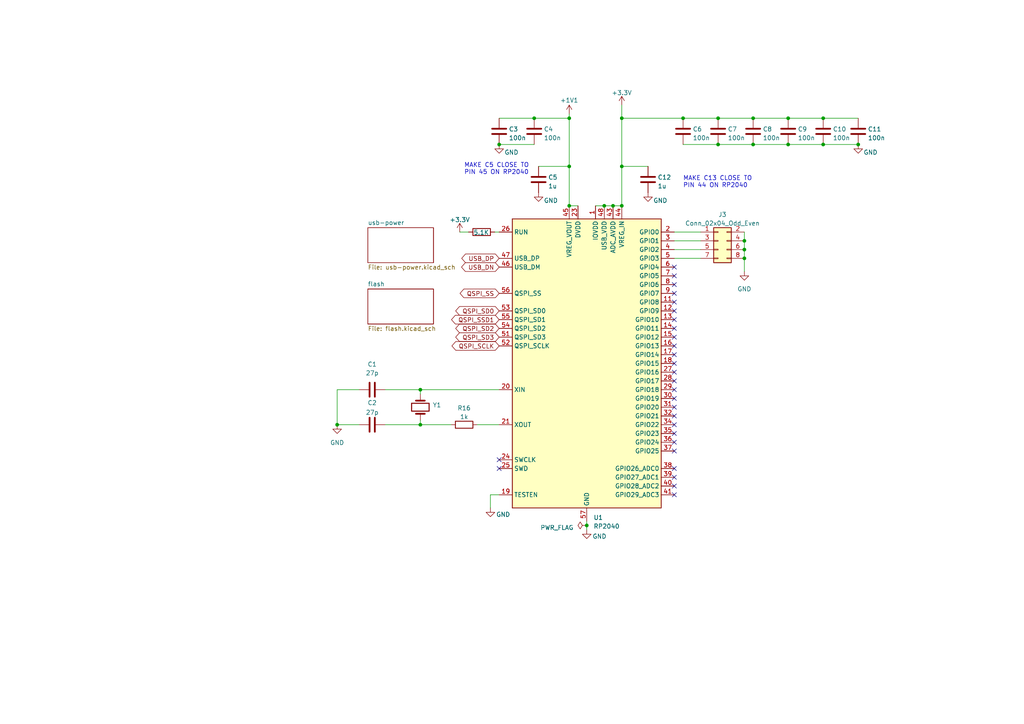
<source format=kicad_sch>
(kicad_sch (version 20230121) (generator eeschema)
  (paper "A4")
  (lib_symbols
    (symbol "Connector_Generic:Conn_02x04_Odd_Even" (pin_names (offset 1.016) hide)
      (property "Reference" "J" (at 1.27 5.08 0))
      (property "Value" "Conn_02x04_Odd_Even" (at 1.27 -7.62 0))
      (symbol "Conn_02x04_Odd_Even_1_1"
        (rectangle (start -1.27 -4.953) (end 0 -5.207) (stroke (width 0.1524)))
        (rectangle (start -1.27 -2.413) (end 0 -2.667) (stroke (width 0.1524)))
        (rectangle (start -1.27 0.127) (end 0 -0.127) (stroke (width 0.1524)))
        (rectangle (start -1.27 2.667) (end 0 2.413) (stroke (width 0.1524)))
        (rectangle (start -1.27 3.81) (end 3.81 -6.35) (stroke (width 0.254)) (fill (type background)))
        (rectangle (start 3.81 -4.953) (end 2.54 -5.207) (stroke (width 0.1524)))
        (rectangle (start 3.81 -2.413) (end 2.54 -2.667) (stroke (width 0.1524)))
        (rectangle (start 3.81 0.127) (end 2.54 -0.127) (stroke (width 0.1524)))
        (rectangle (start 3.81 2.667) (end 2.54 2.413) (stroke (width 0.1524)))
        (pin passive line (at -5.08 2.54 0) (length 3.81) (name "Pin_1") (number "1"))
        (pin passive line (at 7.62 2.54 180) (length 3.81) (name "Pin_2") (number "2"))
        (pin passive line (at -5.08 0 0) (length 3.81) (name "Pin_3") (number "3"))
        (pin passive line (at 7.62 0 180) (length 3.81) (name "Pin_4") (number "4"))
        (pin passive line (at -5.08 -2.54 0) (length 3.81) (name "Pin_5") (number "5"))
        (pin passive line (at 7.62 -2.54 180) (length 3.81) (name "Pin_6") (number "6"))
        (pin passive line (at -5.08 -5.08 0) (length 3.81) (name "Pin_7") (number "7"))
        (pin passive line (at 7.62 -5.08 180) (length 3.81) (name "Pin_8") (number "8"))
      )
    )
    (symbol "Device:C" (pin_numbers hide) (pin_names (offset 0.254))
      (property "Reference" "C" (at 0.635 2.54 0))
      (property "Value" "C" (at 0.635 -2.54 0))
      (symbol "C_0_1"
        (polyline (pts (xy -2.032 -0.762) (xy 2.032 -0.762)) (stroke (width 0.508)))
        (polyline (pts (xy -2.032 0.762) (xy 2.032 0.762)) (stroke (width 0.508)))
      )
      (symbol "C_1_1"
        (pin passive line (at 0 3.81 270) (length 2.794) (name "~") (number "1"))
        (pin passive line (at 0 -3.81 90) (length 2.794) (name "~") (number "2"))
      )
    )
    (symbol "Device:Crystal" (pin_numbers hide) (pin_names (offset 1.016) hide)
      (property "Reference" "Y" (at 0 3.81 0))
      (property "Value" "Crystal" (at 0 -3.81 0))
      (symbol "Crystal_0_1"
        (rectangle (start -1.143 2.54) (end 1.143 -2.54) (stroke (width 0.3048)))
        (polyline (pts (xy -2.54 0) (xy -1.905 0)))
        (polyline (pts (xy -1.905 -1.27) (xy -1.905 1.27)) (stroke (width 0.508)))
        (polyline (pts (xy 1.905 -1.27) (xy 1.905 1.27)) (stroke (width 0.508)))
        (polyline (pts (xy 2.54 0) (xy 1.905 0)))
      )
      (symbol "Crystal_1_1"
        (pin passive line (at -3.81 0 0) (length 1.27) (name "1") (number "1"))
        (pin passive line (at 3.81 0 180) (length 1.27) (name "2") (number "2"))
      )
    )
    (symbol "Device:R" (pin_numbers hide) (pin_names (offset 0))
      (property "Reference" "R" (at 2.032 0 90))
      (property "Value" "R" (at 0 0 90))
      (symbol "R_0_1"
        (rectangle (start -1.016 -2.54) (end 1.016 2.54) (stroke (width 0.254)))
      )
      (symbol "R_1_1"
        (pin passive line (at 0 3.81 270) (length 1.27) (name "~") (number "1"))
        (pin passive line (at 0 -3.81 90) (length 1.27) (name "~") (number "2"))
      )
    )
    (symbol "MCU_RaspberryPi:RP2040"
      (property "Reference" "U" (at 17.78 45.72 0))
      (property "Value" "RP2040" (at 17.78 43.18 0))
      (symbol "RP2040_0_1"
        (rectangle (start -21.59 41.91) (end 21.59 -41.91) (stroke (width 0.254)) (fill (type background)))
      )
      (symbol "RP2040_1_1"
        (pin power_in line (at 2.54 45.72 270) (length 3.81) (name "IOVDD") (number "1"))
        (pin passive line (at 2.54 45.72 270) (length 3.81) hide (name "IOVDD") (number "10"))
        (pin bidirectional line (at 25.4 17.78 180) (length 3.81) (name "GPIO8") (number "11"))
        (pin bidirectional line (at 25.4 15.24 180) (length 3.81) (name "GPIO9") (number "12"))
        (pin bidirectional line (at 25.4 12.7 180) (length 3.81) (name "GPIO10") (number "13"))
        (pin bidirectional line (at 25.4 10.16 180) (length 3.81) (name "GPIO11") (number "14"))
        (pin bidirectional line (at 25.4 7.62 180) (length 3.81) (name "GPIO12") (number "15"))
        (pin bidirectional line (at 25.4 5.08 180) (length 3.81) (name "GPIO13") (number "16"))
        (pin bidirectional line (at 25.4 2.54 180) (length 3.81) (name "GPIO14") (number "17"))
        (pin bidirectional line (at 25.4 0 180) (length 3.81) (name "GPIO15") (number "18"))
        (pin input line (at -25.4 -38.1 0) (length 3.81) (name "TESTEN") (number "19"))
        (pin bidirectional line (at 25.4 38.1 180) (length 3.81) (name "GPIO0") (number "2"))
        (pin input line (at -25.4 -7.62 0) (length 3.81) (name "XIN") (number "20"))
        (pin passive line (at -25.4 -17.78 0) (length 3.81) (name "XOUT") (number "21"))
        (pin passive line (at 2.54 45.72 270) (length 3.81) hide (name "IOVDD") (number "22"))
        (pin power_in line (at -2.54 45.72 270) (length 3.81) (name "DVDD") (number "23"))
        (pin output line (at -25.4 -27.94 0) (length 3.81) (name "SWCLK") (number "24"))
        (pin bidirectional line (at -25.4 -30.48 0) (length 3.81) (name "SWD") (number "25"))
        (pin input line (at -25.4 38.1 0) (length 3.81) (name "RUN") (number "26"))
        (pin bidirectional line (at 25.4 -2.54 180) (length 3.81) (name "GPIO16") (number "27"))
        (pin bidirectional line (at 25.4 -5.08 180) (length 3.81) (name "GPIO17") (number "28"))
        (pin bidirectional line (at 25.4 -7.62 180) (length 3.81) (name "GPIO18") (number "29"))
        (pin bidirectional line (at 25.4 35.56 180) (length 3.81) (name "GPIO1") (number "3"))
        (pin bidirectional line (at 25.4 -10.16 180) (length 3.81) (name "GPIO19") (number "30"))
        (pin bidirectional line (at 25.4 -12.7 180) (length 3.81) (name "GPIO20") (number "31"))
        (pin bidirectional line (at 25.4 -15.24 180) (length 3.81) (name "GPIO21") (number "32"))
        (pin passive line (at 2.54 45.72 270) (length 3.81) hide (name "IOVDD") (number "33"))
        (pin bidirectional line (at 25.4 -17.78 180) (length 3.81) (name "GPIO22") (number "34"))
        (pin bidirectional line (at 25.4 -20.32 180) (length 3.81) (name "GPIO23") (number "35"))
        (pin bidirectional line (at 25.4 -22.86 180) (length 3.81) (name "GPIO24") (number "36"))
        (pin bidirectional line (at 25.4 -25.4 180) (length 3.81) (name "GPIO25") (number "37"))
        (pin bidirectional line (at 25.4 -30.48 180) (length 3.81) (name "GPIO26_ADC0") (number "38"))
        (pin bidirectional line (at 25.4 -33.02 180) (length 3.81) (name "GPIO27_ADC1") (number "39"))
        (pin bidirectional line (at 25.4 33.02 180) (length 3.81) (name "GPIO2") (number "4"))
        (pin bidirectional line (at 25.4 -35.56 180) (length 3.81) (name "GPIO28_ADC2") (number "40"))
        (pin bidirectional line (at 25.4 -38.1 180) (length 3.81) (name "GPIO29_ADC3") (number "41"))
        (pin passive line (at 2.54 45.72 270) (length 3.81) hide (name "IOVDD") (number "42"))
        (pin power_in line (at 7.62 45.72 270) (length 3.81) (name "ADC_AVDD") (number "43"))
        (pin power_in line (at 10.16 45.72 270) (length 3.81) (name "VREG_IN") (number "44"))
        (pin power_out line (at -5.08 45.72 270) (length 3.81) (name "VREG_VOUT") (number "45"))
        (pin bidirectional line (at -25.4 27.94 0) (length 3.81) (name "USB_DM") (number "46"))
        (pin bidirectional line (at -25.4 30.48 0) (length 3.81) (name "USB_DP") (number "47"))
        (pin power_in line (at 5.08 45.72 270) (length 3.81) (name "USB_VDD") (number "48"))
        (pin passive line (at 2.54 45.72 270) (length 3.81) hide (name "IOVDD") (number "49"))
        (pin bidirectional line (at 25.4 30.48 180) (length 3.81) (name "GPIO3") (number "5"))
        (pin passive line (at -2.54 45.72 270) (length 3.81) hide (name "DVDD") (number "50"))
        (pin bidirectional line (at -25.4 7.62 0) (length 3.81) (name "QSPI_SD3") (number "51"))
        (pin output line (at -25.4 5.08 0) (length 3.81) (name "QSPI_SCLK") (number "52"))
        (pin bidirectional line (at -25.4 15.24 0) (length 3.81) (name "QSPI_SD0") (number "53"))
        (pin bidirectional line (at -25.4 10.16 0) (length 3.81) (name "QSPI_SD2") (number "54"))
        (pin bidirectional line (at -25.4 12.7 0) (length 3.81) (name "QSPI_SD1") (number "55"))
        (pin bidirectional line (at -25.4 20.32 0) (length 3.81) (name "QSPI_SS") (number "56"))
        (pin power_in line (at 0 -45.72 90) (length 3.81) (name "GND") (number "57"))
        (pin bidirectional line (at 25.4 27.94 180) (length 3.81) (name "GPIO4") (number "6"))
        (pin bidirectional line (at 25.4 25.4 180) (length 3.81) (name "GPIO5") (number "7"))
        (pin bidirectional line (at 25.4 22.86 180) (length 3.81) (name "GPIO6") (number "8"))
        (pin bidirectional line (at 25.4 20.32 180) (length 3.81) (name "GPIO7") (number "9"))
      )
    )
    (symbol "power:+1V1" (power) (pin_names (offset 0))
      (property "Value" "+1V1" (at 0 3.556 0))
      (symbol "+1V1_0_1"
        (polyline (pts (xy -0.762 1.27) (xy 0 2.54)))
        (polyline (pts (xy 0 0) (xy 0 2.54)))
        (polyline (pts (xy 0 2.54) (xy 0.762 1.27)))
      )
      (symbol "+1V1_1_1"
        (pin power_in line (at 0 0 90) (length 0) hide (name "+1V1") (number "1"))
      )
    )
    (symbol "power:+3.3V" (power) (pin_names (offset 0))
      (property "Value" "+3.3V" (at 0 3.556 0))
      (symbol "+3.3V_0_1"
        (polyline (pts (xy -0.762 1.27) (xy 0 2.54)))
        (polyline (pts (xy 0 0) (xy 0 2.54)))
        (polyline (pts (xy 0 2.54) (xy 0.762 1.27)))
      )
      (symbol "+3.3V_1_1"
        (pin power_in line (at 0 0 90) (length 0) hide (name "+3.3V") (number "1"))
      )
    )
    (symbol "power:GND" (power) (pin_names (offset 0))
      (property "Value" "GND" (at 0 -3.81 0))
      (symbol "GND_0_1"
        (polyline (pts (xy 0 0) (xy 0 -1.27) (xy 1.27 -1.27) (xy 0 -2.54) (xy -1.27 -1.27) (xy 0 -1.27)))
      )
      (symbol "GND_1_1"
        (pin power_in line (at 0 0 270) (length 0) hide (name "GND") (number "1"))
      )
    )
    (symbol "power:PWR_FLAG" (power) (pin_numbers hide) (pin_names (offset 0) hide)
      (property "Value" "PWR_FLAG" (at 0 3.81 0))
      (symbol "PWR_FLAG_0_0"
        (pin power_out line (at 0 0 90) (length 0) (name "pwr") (number "1"))
      )
      (symbol "PWR_FLAG_0_1"
        (polyline (pts (xy 0 0) (xy 0 1.27) (xy -1.016 1.905) (xy 0 2.54) (xy 1.016 1.905) (xy 0 1.27)))
      )
    )
  )
  (junction (at 208.28 34.29))
  (junction (at 165.1 34.29))
  (junction (at 228.6 41.91))
  (junction (at 215.9 72.39))
  (junction (at 97.79 123.19))
  (junction (at 208.28 41.91))
  (junction (at 180.34 59.69))
  (junction (at 175.26 59.69))
  (junction (at 180.34 34.29))
  (junction (at 165.1 48.26))
  (junction (at 177.8 59.69))
  (junction (at 228.6 34.29))
  (junction (at 165.1 59.69))
  (junction (at 248.92 41.91))
  (junction (at 218.44 34.29))
  (junction (at 215.9 74.93))
  (junction (at 154.94 34.29))
  (junction (at 144.78 41.91))
  (junction (at 215.9 69.85))
  (junction (at 121.92 123.19))
  (junction (at 218.44 41.91))
  (junction (at 170.18 152.4))
  (junction (at 180.34 48.26))
  (junction (at 238.76 41.91))
  (junction (at 238.76 34.29))
  (junction (at 121.92 113.03))
  (junction (at 198.12 34.29))
  (no_connect (at 195.58 90.17))
  (no_connect (at 144.78 135.89))
  (no_connect (at 195.58 92.71))
  (no_connect (at 195.58 95.25))
  (no_connect (at 195.58 97.79))
  (no_connect (at 195.58 100.33))
  (no_connect (at 195.58 113.03))
  (no_connect (at 195.58 138.43))
  (no_connect (at 195.58 130.81))
  (no_connect (at 195.58 143.51))
  (no_connect (at 195.58 85.09))
  (no_connect (at 195.58 115.57))
  (no_connect (at 195.58 123.19))
  (no_connect (at 195.58 105.41))
  (no_connect (at 195.58 87.63))
  (no_connect (at 195.58 80.01))
  (no_connect (at 195.58 107.95))
  (no_connect (at 195.58 128.27))
  (no_connect (at 144.78 133.35))
  (no_connect (at 195.58 118.11))
  (no_connect (at 195.58 82.55))
  (no_connect (at 195.58 125.73))
  (no_connect (at 195.58 120.65))
  (no_connect (at 195.58 110.49))
  (no_connect (at 195.58 77.47))
  (no_connect (at 195.58 135.89))
  (no_connect (at 195.58 140.97))
  (no_connect (at 195.58 102.87))
  (wire (pts (xy 138.43 123.19) (xy 144.78 123.19)))
  (wire (pts (xy 144.78 41.91) (xy 154.94 41.91)))
  (wire (pts (xy 165.1 48.26) (xy 165.1 59.69)))
  (wire (pts (xy 195.58 72.39) (xy 203.2 72.39)))
  (wire (pts (xy 165.1 33.02) (xy 165.1 34.29)))
  (wire (pts (xy 121.92 123.19) (xy 130.81 123.19)))
  (wire (pts (xy 215.9 74.93) (xy 215.9 78.74)))
  (wire (pts (xy 215.9 72.39) (xy 215.9 74.93)))
  (wire (pts (xy 180.34 48.26) (xy 180.34 59.69)))
  (wire (pts (xy 218.44 41.91) (xy 228.6 41.91)))
  (wire (pts (xy 165.1 34.29) (xy 165.1 48.26)))
  (wire (pts (xy 172.72 59.69) (xy 175.26 59.69)))
  (wire (pts (xy 195.58 67.31) (xy 203.2 67.31)))
  (wire (pts (xy 144.78 143.51) (xy 142.24 143.51)))
  (wire (pts (xy 215.9 67.31) (xy 215.9 69.85)))
  (wire (pts (xy 121.92 113.03) (xy 121.92 114.3)))
  (wire (pts (xy 198.12 41.91) (xy 208.28 41.91)))
  (wire (pts (xy 97.79 123.19) (xy 104.14 123.19)))
  (wire (pts (xy 144.78 34.29) (xy 154.94 34.29)))
  (wire (pts (xy 238.76 34.29) (xy 248.92 34.29)))
  (wire (pts (xy 180.34 48.26) (xy 187.96 48.26)))
  (wire (pts (xy 180.34 34.29) (xy 180.34 48.26)))
  (wire (pts (xy 154.94 34.29) (xy 165.1 34.29)))
  (wire (pts (xy 111.76 123.19) (xy 121.92 123.19)))
  (wire (pts (xy 180.34 30.48) (xy 180.34 34.29)))
  (wire (pts (xy 143.51 67.31) (xy 144.78 67.31)))
  (wire (pts (xy 177.8 59.69) (xy 180.34 59.69)))
  (wire (pts (xy 97.79 113.03) (xy 104.14 113.03)))
  (wire (pts (xy 170.18 153.67) (xy 170.18 152.4)))
  (wire (pts (xy 170.18 152.4) (xy 170.18 151.13)))
  (wire (pts (xy 180.34 34.29) (xy 198.12 34.29)))
  (wire (pts (xy 228.6 34.29) (xy 238.76 34.29)))
  (wire (pts (xy 121.92 121.92) (xy 121.92 123.19)))
  (wire (pts (xy 198.12 34.29) (xy 208.28 34.29)))
  (wire (pts (xy 142.24 143.51) (xy 142.24 147.32)))
  (wire (pts (xy 208.28 34.29) (xy 218.44 34.29)))
  (wire (pts (xy 195.58 69.85) (xy 203.2 69.85)))
  (wire (pts (xy 121.92 113.03) (xy 144.78 113.03)))
  (wire (pts (xy 111.76 113.03) (xy 121.92 113.03)))
  (wire (pts (xy 215.9 69.85) (xy 215.9 72.39)))
  (wire (pts (xy 156.21 48.26) (xy 165.1 48.26)))
  (wire (pts (xy 228.6 41.91) (xy 238.76 41.91)))
  (wire (pts (xy 133.35 67.31) (xy 135.89 67.31)))
  (wire (pts (xy 238.76 41.91) (xy 248.92 41.91)))
  (wire (pts (xy 208.28 41.91) (xy 218.44 41.91)))
  (wire (pts (xy 165.1 59.69) (xy 167.64 59.69)))
  (wire (pts (xy 97.79 123.19) (xy 97.79 113.03)))
  (wire (pts (xy 175.26 59.69) (xy 177.8 59.69)))
  (wire (pts (xy 218.44 34.29) (xy 228.6 34.29)))
  (wire (pts (xy 195.58 74.93) (xy 203.2 74.93)))
  (text "MAKE C5 CLOSE TO \nPIN 45 ON RP2040" (at 134.62 50.8 0) (effects (font (size 1.27 1.27)) (justify left bottom)))
  (text "MAKE C13 CLOSE TO \nPIN 44 ON RP2040" (at 198.12 54.61 0) (effects (font (size 1.27 1.27)) (justify left bottom)))
  (global_label "QSPI_SD3" (shape bidirectional) (at 144.78 97.79 180) (property "Intersheetrefs" "${INTERSHEET_REFS}" (effects hide)))
  (global_label "QSPI_SD0" (shape bidirectional) (at 144.78 90.17 180) (property "Intersheetrefs" "${INTERSHEET_REFS}" (effects hide)))
  (global_label "QSPI_SS" (shape bidirectional) (at 144.78 85.09 180) (property "Intersheetrefs" "${INTERSHEET_REFS}" (effects hide)))
  (global_label "USB_DN" (shape bidirectional) (at 144.78 77.47 180) (property "Intersheetrefs" "${INTERSHEET_REFS}" (effects hide)))
  (global_label "QSPI_SSD1" (shape bidirectional) (at 144.78 92.71 180) (property "Intersheetrefs" "${INTERSHEET_REFS}" (effects hide)))
  (global_label "QSPI_SCLK" (shape bidirectional) (at 144.78 100.33 180) (property "Intersheetrefs" "${INTERSHEET_REFS}" (effects hide)))
  (global_label "USB_DP" (shape bidirectional) (at 144.78 74.93 180) (property "Intersheetrefs" "${INTERSHEET_REFS}" (effects hide)))
  (global_label "QSPI_SD2" (shape bidirectional) (at 144.78 95.25 180) (property "Intersheetrefs" "${INTERSHEET_REFS}" (effects hide)))
  (symbol (lib_id "power:+3.3V") (at 133.35 67.31 0) (unit 1)
    (property "Reference" "#PWR043" (effects hide))
    (property "Value" "+3.3V" (at 133.35 63.754 0))
  )
  (symbol (lib_id "power:GND") (at 97.79 123.19 0) (unit 1)
    (property "Reference" "#PWR01" (effects hide))
    (property "Value" "GND" (at 97.79 128.397 0))
  )
  (symbol (lib_id "power:GND") (at 215.9 78.74 0) (unit 1)
    (property "Reference" "#PWR02" (effects hide))
    (property "Value" "GND" (at 215.9 83.82 0))
  )
  (symbol (lib_id "Device:C") (at 154.94 38.1 0) (unit 1)
    (property "Reference" "C4" (at 157.734 37.465 0) (effects (justify left)))
    (property "Value" "100n" (at 157.734 40.005 0) (effects (justify left)))
    (property "Footprint" "Capacitor_SMD:C_0603_1608Metric_Pad1.08x0.95mm_HandSolder" (effects hide))
  )
  (symbol (lib_id "Device:C") (at 144.78 38.1 0) (unit 1)
    (property "Reference" "C3" (at 147.574 37.465 0) (effects (justify left)))
    (property "Value" "100n" (at 147.574 40.005 0) (effects (justify left)))
    (property "Footprint" "Capacitor_SMD:C_0603_1608Metric_Pad1.08x0.95mm_HandSolder" (effects hide))
  )
  (symbol (lib_id "Device:C") (at 198.12 38.1 0) (unit 1)
    (property "Reference" "C6" (at 200.914 37.465 0) (effects (justify left)))
    (property "Value" "100n" (at 200.914 40.005 0) (effects (justify left)))
    (property "Footprint" "Capacitor_SMD:C_0603_1608Metric_Pad1.08x0.95mm_HandSolder" (effects hide))
  )
  (symbol (lib_id "Device:C") (at 208.28 38.1 0) (unit 1)
    (property "Reference" "C7" (at 211.074 37.465 0) (effects (justify left)))
    (property "Value" "100n" (at 211.074 40.005 0) (effects (justify left)))
    (property "Footprint" "Capacitor_SMD:C_0603_1608Metric_Pad1.08x0.95mm_HandSolder" (effects hide))
  )
  (symbol (lib_id "Device:C") (at 187.96 52.07 0) (unit 1)
    (property "Reference" "C12" (at 190.754 51.435 0) (effects (justify left)))
    (property "Value" "1u" (at 190.754 53.975 0) (effects (justify left)))
    (property "Footprint" "Capacitor_SMD:C_0805_2012Metric_Pad1.18x1.45mm_HandSolder" (effects hide))
  )
  (symbol (lib_id "power:+1V1") (at 165.1 33.02 0) (unit 1)
    (property "Reference" "#PWR020" (effects hide))
    (property "Value" "+1V1" (at 165.1 29.083 0))
  )
  (symbol (lib_id "MCU_RaspberryPi:RP2040") (at 170.18 105.41 0) (unit 1)
    (property "Reference" "U1" (at 172.1359 150.114 0) (effects (justify left)))
    (property "Value" "RP2040" (at 172.1359 152.654 0) (effects (justify left)))
    (property "Footprint" "Package_DFN_QFN:QFN-56-1EP_7x7mm_P0.4mm_EP3.2x3.2mm" (effects hide))
    (property "Datasheet" "https://datasheets.raspberrypi.com/rp2040/rp2040-datasheet.pdf" (effects hide))
  )
  (symbol (lib_id "power:GND") (at 144.78 41.91 0) (unit 1)
    (property "Reference" "#PWR018" (effects hide))
    (property "Value" "GND" (at 146.304 44.196 0) (effects (justify left)))
  )
  (symbol (lib_id "power:PWR_FLAG") (at 170.18 152.4 90) (unit 1)
    (property "Reference" "#FLG03" (effects hide))
    (property "Value" "PWR_FLAG" (at 166.37 153.035 90) (effects (justify left)))
  )
  (symbol (lib_id "Device:C") (at 107.95 113.03 90) (unit 1)
    (property "Reference" "C1" (at 107.95 105.664 90))
    (property "Value" "27p" (at 107.95 108.204 90))
    (property "Footprint" "Connector_PinSocket_2.54mm:PinSocket_1x02_P2.54mm_Vertical" (effects hide))
  )
  (symbol (lib_id "power:GND") (at 248.92 41.91 0) (unit 1)
    (property "Reference" "#PWR031" (effects hide))
    (property "Value" "GND" (at 250.444 44.196 0) (effects (justify left)))
  )
  (symbol (lib_id "power:GND") (at 187.96 55.88 0) (unit 1)
    (property "Reference" "#PWR023" (effects hide))
    (property "Value" "GND" (at 189.484 58.166 0) (effects (justify left)))
  )
  (symbol (lib_id "Device:C") (at 248.92 38.1 0) (unit 1)
    (property "Reference" "C11" (at 251.714 37.465 0) (effects (justify left)))
    (property "Value" "100n" (at 251.714 40.005 0) (effects (justify left)))
    (property "Footprint" "Capacitor_SMD:C_0603_1608Metric_Pad1.08x0.95mm_HandSolder" (effects hide))
  )
  (symbol (lib_id "Device:C") (at 107.95 123.19 90) (unit 1)
    (property "Reference" "C2" (at 107.95 116.84 90))
    (property "Value" "27p" (at 107.95 119.634 90))
    (property "Footprint" "Capacitor_SMD:C_0805_2012Metric_Pad1.18x1.45mm_HandSolder" (effects hide))
  )
  (symbol (lib_id "Device:R") (at 139.7 67.31 90) (unit 1)
    (property "Reference" "R33" (effects hide))
    (property "Value" "5.1K" (at 139.573 67.437 90))
    (property "Footprint" "Resistor_SMD:R_0805_2012Metric_Pad1.20x1.40mm_HandSolder" (effects hide))
  )
  (symbol (lib_id "power:GND") (at 142.24 147.32 0) (unit 1)
    (property "Reference" "#PWR017" (effects hide))
    (property "Value" "GND" (at 143.891 149.225 0) (effects (justify left)))
  )
  (symbol (lib_id "Device:C") (at 228.6 38.1 0) (unit 1)
    (property "Reference" "C9" (at 231.394 37.465 0) (effects (justify left)))
    (property "Value" "100n" (at 231.394 40.005 0) (effects (justify left)))
    (property "Footprint" "Capacitor_SMD:C_0603_1608Metric_Pad1.08x0.95mm_HandSolder" (effects hide))
  )
  (symbol (lib_id "Connector_Generic:Conn_02x04_Odd_Even") (at 208.28 69.85 0) (unit 1)
    (property "Reference" "J3" (at 209.55 62.23 0))
    (property "Value" "Conn_02x04_Odd_Even" (at 209.55 64.77 0))
    (property "Footprint" "Connector_PinSocket_2.54mm:PinSocket_2x04_P2.54mm_Vertical" (effects hide))
  )
  (symbol (lib_id "power:+3.3V") (at 180.34 30.48 0) (unit 1)
    (property "Reference" "#PWR022" (effects hide))
    (property "Value" "+3.3V" (at 180.34 26.924 0))
  )
  (symbol (lib_id "Device:R") (at 134.62 123.19 90) (unit 1)
    (property "Reference" "R16" (at 134.62 118.364 90))
    (property "Value" "1k" (at 134.62 120.904 90))
    (property "Footprint" "Resistor_SMD:R_0805_2012Metric_Pad1.20x1.40mm_HandSolder" (effects hide))
  )
  (symbol (lib_id "power:GND") (at 170.18 153.67 0) (unit 1)
    (property "Reference" "#PWR021" (effects hide))
    (property "Value" "GND" (at 171.831 155.575 0) (effects (justify left)))
  )
  (symbol (lib_id "Device:C") (at 156.21 52.07 0) (unit 1)
    (property "Reference" "C5" (at 159.004 51.435 0) (effects (justify left)))
    (property "Value" "1u" (at 159.004 53.975 0) (effects (justify left)))
    (property "Footprint" "Capacitor_SMD:C_0805_2012Metric_Pad1.18x1.45mm_HandSolder" (effects hide))
  )
  (symbol (lib_id "Device:C") (at 238.76 38.1 0) (unit 1)
    (property "Reference" "C10" (at 241.554 37.465 0) (effects (justify left)))
    (property "Value" "100n" (at 241.554 40.005 0) (effects (justify left)))
    (property "Footprint" "Capacitor_SMD:C_0603_1608Metric_Pad1.08x0.95mm_HandSolder" (effects hide))
  )
  (symbol (lib_id "Device:C") (at 218.44 38.1 0) (unit 1)
    (property "Reference" "C8" (at 221.234 37.465 0) (effects (justify left)))
    (property "Value" "100n" (at 221.234 40.005 0) (effects (justify left)))
    (property "Footprint" "Capacitor_SMD:C_0603_1608Metric_Pad1.08x0.95mm_HandSolder" (effects hide))
  )
  (symbol (lib_id "Device:Crystal") (at 121.92 118.11 90) (unit 1)
    (property "Reference" "Y1" (at 125.476 117.475 90) (effects (justify right)))
    (property "Value" "Crystal" (effects hide))
    (property "Footprint" "Crystal:Crystal_SMD_SeikoEpson_MA505-2Pin_12.7x5.1mm_HandSoldering" (effects hide))
  )
  (symbol (lib_id "power:GND") (at 156.21 55.88 0) (unit 1)
    (property "Reference" "#PWR019" (effects hide))
    (property "Value" "GND" (at 157.734 58.166 0) (effects (justify left)))
  )
  (sheet (at 106.68 83.82) (size 19.05 10.16) (stroke (width 0.1524))
    (property "Sheetname" "flash" (at 106.68 83.1084 0) (effects (justify left bottom)))
    (property "Sheetfile" "flash.kicad_sch" (at 106.68 94.5646 0) (effects (justify left top)))
  )
  (sheet (at 106.68 66.04) (size 19.05 10.16) (stroke (width 0.1524))
    (property "Sheetname" "usb-power" (at 106.68 65.3284 0) (effects (justify left bottom)))
    (property "Sheetfile" "usb-power.kicad_sch" (at 106.68 76.7846 0) (effects (justify left top)))
  )
)
</source>
